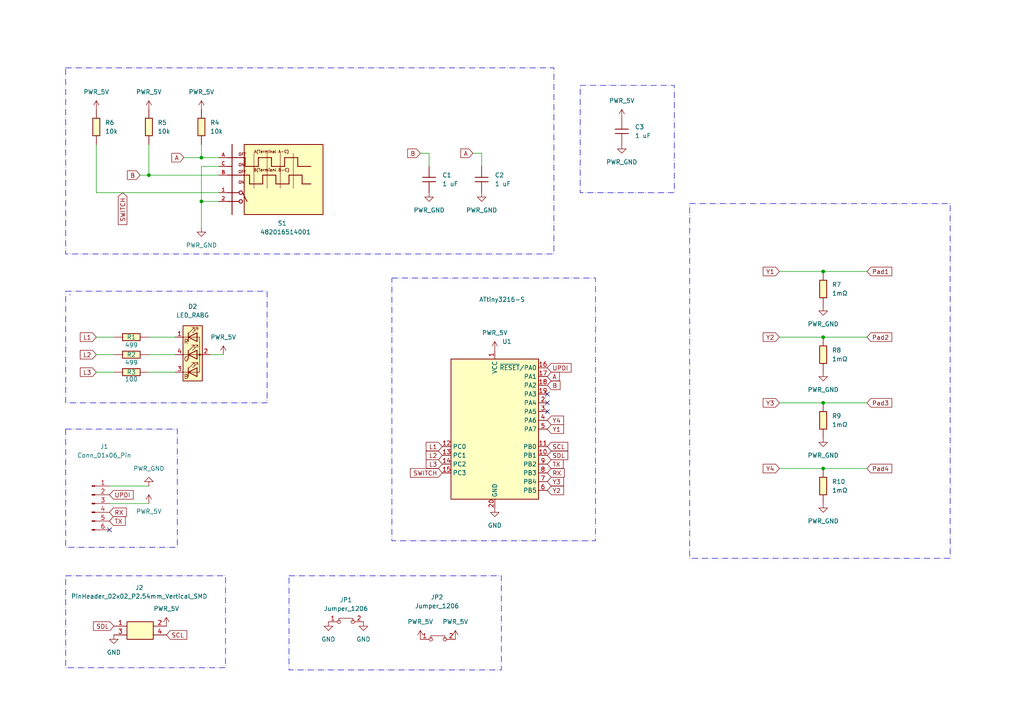
<source format=kicad_sch>
(kicad_sch (version 20250114) (generator "eeschema") (generator_version "9.0")
  (paper "A4")
  (lib_symbols
    (symbol "482016514001:482016514001" (pin_names (offset 1.016))
      (property "Reference" "S" (at 0 12.7 0))
      (property "Value" "482016514001" (at 0 -11.43 0))
      (symbol "482016514001_0_0"
        (polyline (pts (xy -12.7 7.62) (xy -7.62 7.62)) (stroke (width 0.254)))
        (polyline (pts (xy -12.7 -2.54) (xy -9.398 -2.54)) (stroke (width 0.254)))
        (polyline (pts (xy -12.7 -5.08) (xy -9.398 -5.08)) (stroke (width 0.254)))
        (polyline (pts (xy -11.43 11.43) (xy -11.43 5.08)) (stroke (width 0.254)))
        (polyline (pts (xy -11.43 5.08) (xy -12.7 5.08)) (stroke (width 0.254)))
        (polyline (pts (xy -11.43 5.08) (xy -11.43 -8.89)) (stroke (width 0.254)))
        (circle (center -8.89 -2.54) (radius 0.508) (stroke (width 0.254)))
        (circle (center -8.89 -5.08) (radius 0.508) (stroke (width 0.254)))
        (polyline (pts (xy -8.382 -2.54) (xy -7.112 -5.08)) (stroke (width 0.254)))
        (rectangle (start -7.9131 -8.89) (end 14.9469 11.43) (stroke (width 0.254)) (fill (type background)))
        (polyline (pts (xy -7.62 7.62) (xy -7.62 5.08)) (stroke (width 0.254)))
        (polyline (pts (xy -7.62 5.08) (xy -3.81 5.08)) (stroke (width 0.254)))
        (polyline (pts (xy -6.35 2.54) (xy -12.7 2.54)) (stroke (width 0.254)))
        (polyline (pts (xy -6.35 2.54) (xy -6.35 0)) (stroke (width 0.254)))
        (polyline (pts (xy -6.35 0) (xy -2.54 0)) (stroke (width 0.254)))
        (polyline (pts (xy -5.08 8.89) (xy -5.08 -1.27)) (stroke (width 0.127)))
        (polyline (pts (xy -3.81 7.62) (xy 0 7.62)) (stroke (width 0.254)))
        (polyline (pts (xy -3.81 5.08) (xy -3.81 7.62)) (stroke (width 0.254)))
        (polyline (pts (xy -2.54 2.54) (xy 1.27 2.54)) (stroke (width 0.254)))
        (polyline (pts (xy -2.54 0) (xy -2.54 2.54)) (stroke (width 0.254)))
        (polyline (pts (xy -1.27 8.89) (xy -1.27 -1.27)) (stroke (width 0.127)))
        (polyline (pts (xy 0 7.62) (xy 0 5.08)) (stroke (width 0.254)))
        (polyline (pts (xy 0 5.08) (xy 3.81 5.08)) (stroke (width 0.254)))
        (polyline (pts (xy 1.27 2.54) (xy 1.27 0)) (stroke (width 0.254)))
        (polyline (pts (xy 1.27 0) (xy 5.08 0)) (stroke (width 0.254)))
        (polyline (pts (xy 2.54 8.89) (xy 2.54 -1.27)) (stroke (width 0.127)))
        (polyline (pts (xy 3.81 7.62) (xy 7.62 7.62)) (stroke (width 0.254)))
        (polyline (pts (xy 3.81 5.08) (xy 3.81 7.62)) (stroke (width 0.254)))
        (polyline (pts (xy 5.08 2.54) (xy 8.89 2.54)) (stroke (width 0.254)))
        (polyline (pts (xy 5.08 0) (xy 5.08 2.54)) (stroke (width 0.254)))
        (polyline (pts (xy 6.35 8.89) (xy 6.35 -1.27)) (stroke (width 0.127)))
        (polyline (pts (xy 7.62 7.62) (xy 7.62 5.08)) (stroke (width 0.254)))
        (polyline (pts (xy 7.62 5.08) (xy 11.43 5.08)) (stroke (width 0.254)))
        (polyline (pts (xy 8.89 2.54) (xy 8.89 0)) (stroke (width 0.254)))
        (polyline (pts (xy 8.89 0) (xy 11.43 0)) (stroke (width 0.254)))
        (text "OFF" (at -9.652 8.128 0) (effects (font (size 0.8128 0.8128)) (justify left bottom)))
        (text "ON" (at -9.652 5.08 0) (effects (font (size 0.8128 0.8128)) (justify left bottom)))
        (text "OFF" (at -9.652 3.048 0) (effects (font (size 0.8128 0.8128)) (justify left bottom)))
        (text "ON" (at -9.652 0 0) (effects (font (size 0.8128 0.8128)) (justify left bottom)))
        (text "A(Terminal A-C)" (at 0 8.89 0) (effects (font (size 0.8128 0.8128)) (justify bottom)))
        (text "B(Termianl B-C)" (at 0 3.556 0) (effects (font (size 0.8128 0.8128)) (justify bottom)))
        (pin passive line (at -15.24 7.62 0) (length 2.54) (name "~") (number "A"))
        (pin passive line (at -15.24 5.08 0) (length 2.54) (name "~") (number "C"))
        (pin passive line (at -15.24 2.54 0) (length 2.54) (name "~") (number "B"))
        (pin passive line (at -15.24 -2.54 0) (length 2.54) (name "~") (number "1"))
        (pin passive line (at -15.24 -5.08 0) (length 2.54) (name "~") (number "2"))
      )
    )
    (symbol "Connector:Conn_01x06_Pin" (pin_names (offset 1.016) (hide yes))
      (property "Reference" "J" (at 0 7.62 0))
      (property "Value" "Conn_01x06_Pin" (at 0 -10.16 0))
      (symbol "Conn_01x06_Pin_1_1"
        (rectangle (start 0.8636 5.207) (end 0 4.953) (stroke (width 0.1524)) (fill (type outline)))
        (rectangle (start 0.8636 2.667) (end 0 2.413) (stroke (width 0.1524)) (fill (type outline)))
        (rectangle (start 0.8636 0.127) (end 0 -0.127) (stroke (width 0.1524)) (fill (type outline)))
        (rectangle (start 0.8636 -2.413) (end 0 -2.667) (stroke (width 0.1524)) (fill (type outline)))
        (rectangle (start 0.8636 -4.953) (end 0 -5.207) (stroke (width 0.1524)) (fill (type outline)))
        (rectangle (start 0.8636 -7.493) (end 0 -7.747) (stroke (width 0.1524)) (fill (type outline)))
        (polyline (pts (xy 1.27 5.08) (xy 0.8636 5.08)) (stroke (width 0.1524)))
        (polyline (pts (xy 1.27 2.54) (xy 0.8636 2.54)) (stroke (width 0.1524)))
        (polyline (pts (xy 1.27 0) (xy 0.8636 0)) (stroke (width 0.1524)))
        (polyline (pts (xy 1.27 -2.54) (xy 0.8636 -2.54)) (stroke (width 0.1524)))
        (polyline (pts (xy 1.27 -5.08) (xy 0.8636 -5.08)) (stroke (width 0.1524)))
        (polyline (pts (xy 1.27 -7.62) (xy 0.8636 -7.62)) (stroke (width 0.1524)))
        (pin passive line (at 5.08 5.08 180) (length 3.81) (name "Pin_1") (number "1"))
        (pin passive line (at 5.08 2.54 180) (length 3.81) (name "Pin_2") (number "2"))
        (pin passive line (at 5.08 0 180) (length 3.81) (name "Pin_3") (number "3"))
        (pin passive line (at 5.08 -2.54 180) (length 3.81) (name "Pin_4") (number "4"))
        (pin passive line (at 5.08 -5.08 180) (length 3.81) (name "Pin_5") (number "5"))
        (pin passive line (at 5.08 -7.62 180) (length 3.81) (name "Pin_6") (number "6"))
      )
    )
    (symbol "Device:LED_RABG" (pin_names (offset 0) (hide yes))
      (property "Reference" "D" (at 0 9.398 0))
      (property "Value" "LED_RABG" (at 0 -8.89 0))
      (symbol "LED_RABG_0_0"
        (text "R" (at -1.905 3.81 0) (effects (font (size 1.27 1.27))))
        (text "G" (at -1.905 -1.27 0) (effects (font (size 1.27 1.27))))
        (text "B" (at -1.905 -6.35 0) (effects (font (size 1.27 1.27))))
      )
      (symbol "LED_RABG_0_1"
        (polyline (pts (xy -1.27 6.35) (xy -1.27 3.81)) (stroke (width 0.254)))
        (polyline (pts (xy -1.27 6.35) (xy -1.27 3.81) (xy -1.27 3.81)))
        (polyline (pts (xy -1.27 5.08) (xy -2.54 5.08)))
        (polyline (pts (xy -1.27 5.08) (xy 1.27 5.08)))
        (polyline (pts (xy -1.27 1.27) (xy -1.27 -1.27)) (stroke (width 0.254)))
        (polyline (pts (xy -1.27 1.27) (xy -1.27 -1.27) (xy -1.27 -1.27)))
        (polyline (pts (xy -1.27 0) (xy -2.54 0)))
        (polyline (pts (xy -1.27 -3.81) (xy -1.27 -6.35)) (stroke (width 0.254)))
        (polyline (pts (xy -1.27 -5.08) (xy -2.54 -5.08)))
        (polyline (pts (xy -1.27 -5.08) (xy 1.27 -5.08)))
        (polyline (pts (xy -1.016 6.35) (xy 0.508 7.874) (xy -0.254 7.874) (xy 0.508 7.874) (xy 0.508 7.112)))
        (polyline (pts (xy -1.016 1.27) (xy 0.508 2.794) (xy -0.254 2.794) (xy 0.508 2.794) (xy 0.508 2.032)))
        (polyline (pts (xy -1.016 -3.81) (xy 0.508 -2.286) (xy -0.254 -2.286) (xy 0.508 -2.286) (xy 0.508 -3.048)))
        (polyline (pts (xy 0 6.35) (xy 1.524 7.874) (xy 0.762 7.874) (xy 1.524 7.874) (xy 1.524 7.112)))
        (polyline (pts (xy 0 1.27) (xy 1.524 2.794) (xy 0.762 2.794) (xy 1.524 2.794) (xy 1.524 2.032)))
        (polyline (pts (xy 0 -3.81) (xy 1.524 -2.286) (xy 0.762 -2.286) (xy 1.524 -2.286) (xy 1.524 -3.048)))
        (polyline (pts (xy 1.27 6.35) (xy 1.27 3.81) (xy -1.27 5.08) (xy 1.27 6.35)) (stroke (width 0.254)))
        (rectangle (start 1.27 6.35) (end 1.27 6.35))
        (rectangle (start 1.27 3.81) (end 1.27 6.35))
        (polyline (pts (xy 1.27 1.27) (xy 1.27 -1.27) (xy -1.27 0) (xy 1.27 1.27)) (stroke (width 0.254)))
        (rectangle (start 1.27 1.27) (end 1.27 1.27))
        (polyline (pts (xy 1.27 0) (xy -1.27 0)))
        (polyline (pts (xy 1.27 0) (xy 2.54 0)))
        (rectangle (start 1.27 -1.27) (end 1.27 1.27))
        (polyline (pts (xy 1.27 -3.81) (xy 1.27 -6.35) (xy -1.27 -5.08) (xy 1.27 -3.81)) (stroke (width 0.254)))
        (polyline (pts (xy 1.27 -5.08) (xy 2.032 -5.08) (xy 2.032 5.08) (xy 1.27 5.08)))
        (circle (center 2.032 0) (radius 0.254) (fill (type outline)))
        (rectangle (start 2.794 8.382) (end -2.794 -7.62) (stroke (width 0.254)) (fill (type background)))
      )
      (symbol "LED_RABG_1_1"
        (pin passive line (at -5.08 5.08 0) (length 2.54) (name "RK") (number "1"))
        (pin passive line (at -5.08 0 0) (length 2.54) (name "GK") (number "4"))
        (pin passive line (at -5.08 -5.08 0) (length 2.54) (name "BK") (number "3"))
        (pin passive line (at 5.08 0 180) (length 2.54) (name "A") (number "2"))
      )
    )
    (symbol "MCU_Microchip_ATtiny:ATtiny3216-S"
      (property "Reference" "U" (at -12.7 21.59 0))
      (property "Value" "ATtiny3216-S" (at 2.54 -21.59 0))
      (symbol "ATtiny3216-S_0_1"
        (rectangle (start -12.7 -20.32) (end 12.7 20.32) (stroke (width 0.254)) (fill (type background)))
      )
      (symbol "ATtiny3216-S_1_1"
        (pin bidirectional line (at -15.24 -5.08 0) (length 2.54) (name "PC0") (number "12"))
        (pin bidirectional line (at -15.24 -7.62 0) (length 2.54) (name "PC1") (number "13"))
        (pin bidirectional line (at -15.24 -10.16 0) (length 2.54) (name "PC2") (number "14"))
        (pin bidirectional line (at -15.24 -12.7 0) (length 2.54) (name "PC3") (number "15"))
        (pin power_in line (at 0 22.86 270) (length 2.54) (name "VCC") (number "1"))
        (pin power_in line (at 0 -22.86 90) (length 2.54) (name "GND") (number "20"))
        (pin bidirectional line (at 15.24 17.78 180) (length 2.54) (name "~{RESET}/PA0") (number "16"))
        (pin bidirectional line (at 15.24 15.24 180) (length 2.54) (name "PA1") (number "17"))
        (pin bidirectional line (at 15.24 12.7 180) (length 2.54) (name "PA2") (number "18"))
        (pin bidirectional line (at 15.24 10.16 180) (length 2.54) (name "PA3") (number "19"))
        (pin bidirectional line (at 15.24 7.62 180) (length 2.54) (name "PA4") (number "2"))
        (pin bidirectional line (at 15.24 5.08 180) (length 2.54) (name "PA5") (number "3"))
        (pin bidirectional line (at 15.24 2.54 180) (length 2.54) (name "PA6") (number "4"))
        (pin bidirectional line (at 15.24 0 180) (length 2.54) (name "PA7") (number "5"))
        (pin bidirectional line (at 15.24 -5.08 180) (length 2.54) (name "PB0") (number "11"))
        (pin bidirectional line (at 15.24 -7.62 180) (length 2.54) (name "PB1") (number "10"))
        (pin bidirectional line (at 15.24 -10.16 180) (length 2.54) (name "PB2") (number "9"))
        (pin bidirectional line (at 15.24 -12.7 180) (length 2.54) (name "PB3") (number "8"))
        (pin bidirectional line (at 15.24 -15.24 180) (length 2.54) (name "PB4") (number "7"))
        (pin bidirectional line (at 15.24 -17.78 180) (length 2.54) (name "PB5") (number "6"))
      )
    )
    (symbol "fab:C_1206" (pin_numbers (hide yes))
      (property "Reference" "C" (at 0.635 2.54 0))
      (property "Value" "C_1206" (at 0.635 -2.54 0))
      (symbol "C_1206_1_1"
        (polyline (pts (xy -1.905 0.635) (xy 1.905 0.635)) (stroke (width 0.25)))
        (polyline (pts (xy -1.905 -0.635) (xy 1.905 -0.635)) (stroke (width 0.25)))
        (pin passive line (at 0 3.81 270) (length 3.175) (name "~") (number "1"))
        (pin passive line (at 0 -3.81 90) (length 3.175) (name "~") (number "2"))
      )
    )
    (symbol "fab:Jumper_1206" (pin_names (offset 0) (hide yes))
      (property "Reference" "JP" (at 0 1.905 0))
      (property "Value" "Jumper_1206" (at 0 -2.54 0))
      (symbol "Jumper_1206_0_0"
        (circle (center -2.032 0) (radius 0.508))
        (circle (center 2.032 0) (radius 0.508))
      )
      (symbol "Jumper_1206_0_1"
        (polyline (pts (xy -2.032 0) (xy -2.032 1.016) (xy 2.032 1.016) (xy 2.032 0)))
      )
      (symbol "Jumper_1206_1_1"
        (pin passive line (at -5.08 0 0) (length 2.54) (name "A") (number "1"))
        (pin passive line (at 5.08 0 180) (length 2.54) (name "B") (number "2"))
      )
    )
    (symbol "fab:PWR_5V" (power) (pin_names (offset 0))
      (property "Value" "PWR_5V" (at 0 3.556 0))
      (symbol "PWR_5V_0_1"
        (polyline (pts (xy -0.762 1.27) (xy 0 2.54)))
        (polyline (pts (xy 0 2.54) (xy 0.762 1.27)))
        (polyline (pts (xy 0 0) (xy 0 2.54)))
      )
      (symbol "PWR_5V_1_1"
        (pin power_in line (at 0 0 90) (length 0) (hide yes) (name "PWR_5V") (number "1"))
      )
    )
    (symbol "fab:PWR_GND" (power) (pin_names (offset 0))
      (property "Value" "PWR_GND" (at 0 -3.81 0))
      (symbol "PWR_GND_0_1"
        (polyline (pts (xy 0 0) (xy 0 -1.27) (xy 1.27 -1.27) (xy 0 -2.54) (xy -1.27 -1.27) (xy 0 -1.27)))
      )
      (symbol "PWR_GND_1_1"
        (pin power_in line (at 0 0 270) (length 0) (hide yes) (name "PWR_GND") (number "1"))
      )
    )
    (symbol "fab:PinHeader_02x02_P2.54mm_Vertical_SMD" (pin_names (hide yes))
      (property "Reference" "J" (at 0 3.81 0))
      (property "Value" "PinHeader_02x02_P2.54mm_Vertical_SMD" (at 0 -3.81 0))
      (symbol "PinHeader_02x02_P2.54mm_Vertical_SMD_1_1"
        (rectangle (start -3.81 2.54) (end 3.81 -2.54) (stroke (width 0.254)) (fill (type background)))
        (pin passive line (at -7.62 1.27 0) (length 3.81) (name "Pin_1") (number "1"))
        (pin passive line (at -7.62 -1.27 0) (length 3.81) (name "Pin_3") (number "3"))
        (pin passive line (at 7.62 1.27 180) (length 3.81) (name "Pin_2") (number "2"))
        (pin passive line (at 7.62 -1.27 180) (length 3.81) (name "Pin_4") (number "4"))
      )
    )
    (symbol "fab:R_1206" (pin_numbers (hide yes)) (pin_names (offset 0))
      (property "Reference" "R" (at 2.54 0 90))
      (property "Value" "R_1206" (at -2.54 0 90))
      (symbol "R_1206_0_1"
        (rectangle (start -1.016 -2.54) (end 1.016 2.54) (stroke (width 0.254)) (fill (type background)))
      )
      (symbol "R_1206_1_1"
        (pin passive line (at 0 5.08 270) (length 2.54) (name "~") (number "1"))
        (pin passive line (at 0 -5.08 90) (length 2.54) (name "~") (number "2"))
      )
    )
    (symbol "power:GND" (power) (pin_numbers (hide yes)) (pin_names (offset 0) (hide yes))
      (property "Value" "GND" (at 0 -3.81 0))
      (symbol "GND_0_1"
        (polyline (pts (xy 0 0) (xy 0 -1.27) (xy 1.27 -1.27) (xy 0 -2.54) (xy -1.27 -1.27) (xy 0 -1.27)))
      )
      (symbol "GND_1_1"
        (pin power_in line (at 0 0 270) (length 0) (name "~") (number "1"))
      )
    )
  )
  (rectangle (start 19.05 167.005) (end 65.405 193.675) (stroke (width 0) (type dash_dot)))
  (rectangle (start 113.665 80.645) (end 172.72 156.845) (stroke (width 0) (type dash_dot)))
  (rectangle (start 168.275 24.765) (end 195.58 55.88) (stroke (width 0) (type dash_dot)))
  (rectangle (start 200.025 59.055) (end 275.59 161.925) (stroke (width 0) (type dash_dot)))
  (rectangle (start 19.05 124.46) (end 51.435 158.75) (stroke (width 0) (type dash_dot)))
  (rectangle (start 19.05 19.685) (end 160.655 73.66) (stroke (width 0) (type dash_dot)))
  (rectangle (start 102.235 73.66) (end 102.235 73.66))
  (text_box "`" (at 19.05 84.455 0) (size 58.42 32.385) (margins 0.9525 0.9525 0.9525 0.9525) (stroke (width 0) (type dash_dot)) (effects (font (size 1.27 1.27)) (justify left top)))
  (text_box "" (at 83.82 167.005 0) (size 61.595 27.305) (margins 0.9525 0.9525 0.9525 0.9525) (stroke (width 0) (type dash_dot)) (effects (font (size 1.27 1.27)) (justify left top)))
  (junction (at 43.18 50.8))
  (junction (at 58.42 45.72))
  (junction (at 238.76 78.74))
  (junction (at 238.76 116.84))
  (junction (at 58.42 58.42))
  (junction (at 238.76 97.79))
  (junction (at 238.76 135.89))
  (no_connect (at 31.75 153.67))
  (no_connect (at 158.75 119.38))
  (no_connect (at 158.75 116.84))
  (no_connect (at 158.75 114.3))
  (wire (pts (xy 226.06 78.74) (xy 238.76 78.74)))
  (wire (pts (xy 124.46 44.45) (xy 124.46 48.26)))
  (wire (pts (xy 238.76 78.74) (xy 251.46 78.74)))
  (wire (pts (xy 58.42 48.26) (xy 63.5 48.26)))
  (wire (pts (xy 58.42 58.42) (xy 58.42 48.26)))
  (wire (pts (xy 43.18 41.91) (xy 43.18 50.8)))
  (wire (pts (xy 43.18 102.87) (xy 50.8 102.87)))
  (wire (pts (xy 137.16 44.45) (xy 139.7 44.45)))
  (wire (pts (xy 58.42 66.04) (xy 58.42 58.42)))
  (wire (pts (xy 58.42 58.42) (xy 63.5 58.42)))
  (wire (pts (xy 53.34 45.72) (xy 58.42 45.72)))
  (wire (pts (xy 43.18 107.95) (xy 50.8 107.95)))
  (wire (pts (xy 40.64 50.8) (xy 43.18 50.8)))
  (wire (pts (xy 31.75 140.97) (xy 43.18 140.97)))
  (wire (pts (xy 27.94 102.87) (xy 33.02 102.87)))
  (wire (pts (xy 27.94 107.95) (xy 33.02 107.95)))
  (wire (pts (xy 43.18 50.8) (xy 63.5 50.8)))
  (wire (pts (xy 121.92 44.45) (xy 124.46 44.45)))
  (wire (pts (xy 43.18 97.79) (xy 50.8 97.79)))
  (wire (pts (xy 238.76 97.79) (xy 251.46 97.79)))
  (wire (pts (xy 139.7 44.45) (xy 139.7 48.26)))
  (wire (pts (xy 226.06 135.89) (xy 238.76 135.89)))
  (wire (pts (xy 226.06 116.84) (xy 238.76 116.84)))
  (wire (pts (xy 60.96 102.87) (xy 64.77 102.87)))
  (wire (pts (xy 238.76 135.89) (xy 251.46 135.89)))
  (wire (pts (xy 27.94 41.91) (xy 27.94 55.88)))
  (wire (pts (xy 27.94 55.88) (xy 63.5 55.88)))
  (wire (pts (xy 238.76 116.84) (xy 251.46 116.84)))
  (wire (pts (xy 58.42 41.91) (xy 58.42 45.72)))
  (wire (pts (xy 27.94 97.79) (xy 33.02 97.79)))
  (wire (pts (xy 31.75 146.05) (xy 43.18 146.05)))
  (wire (pts (xy 226.06 97.79) (xy 238.76 97.79)))
  (wire (pts (xy 58.42 45.72) (xy 63.5 45.72)))
  (global_label "Y1" (shape input) (at 226.06 78.74 180) (property "Intersheetrefs" "${INTERSHEET_REFS}" (effects (hide yes))))
  (global_label "UPDI" (shape input) (at 158.75 106.68 0) (property "Intersheetrefs" "${INTERSHEET_REFS}" (effects (hide yes))))
  (global_label "Pad3" (shape input) (at 251.46 116.84 0) (property "Intersheetrefs" "${INTERSHEET_REFS}" (effects (hide yes))))
  (global_label "SWITCH" (shape input) (at 128.27 137.16 180) (property "Intersheetrefs" "${INTERSHEET_REFS}" (effects (hide yes))))
  (global_label "SWITCH" (shape input) (at 35.56 55.88 270) (property "Intersheetrefs" "${INTERSHEET_REFS}" (effects (hide yes))))
  (global_label "TX" (shape input) (at 31.75 151.13 0) (property "Intersheetrefs" "${INTERSHEET_REFS}" (effects (hide yes))))
  (global_label "A" (shape input) (at 158.75 109.22 0) (property "Intersheetrefs" "${INTERSHEET_REFS}" (effects (hide yes))))
  (global_label "A" (shape input) (at 137.16 44.45 180) (property "Intersheetrefs" "${INTERSHEET_REFS}" (effects (hide yes))))
  (global_label "UPDI" (shape input) (at 31.75 143.51 0) (property "Intersheetrefs" "${INTERSHEET_REFS}" (effects (hide yes))))
  (global_label "TX" (shape input) (at 158.75 134.62 0) (property "Intersheetrefs" "${INTERSHEET_REFS}" (effects (hide yes))))
  (global_label "RX" (shape input) (at 31.75 148.59 0) (property "Intersheetrefs" "${INTERSHEET_REFS}" (effects (hide yes))))
  (global_label "SDL" (shape input) (at 33.02 181.61 180) (property "Intersheetrefs" "${INTERSHEET_REFS}" (effects (hide yes))))
  (global_label "L3" (shape input) (at 27.94 107.95 180) (property "Intersheetrefs" "${INTERSHEET_REFS}" (effects (hide yes))))
  (global_label "B" (shape input) (at 158.75 111.76 0) (property "Intersheetrefs" "${INTERSHEET_REFS}" (effects (hide yes))))
  (global_label "SCL" (shape input) (at 158.75 129.54 0) (property "Intersheetrefs" "${INTERSHEET_REFS}" (effects (hide yes))))
  (global_label "L2" (shape input) (at 27.94 102.87 180) (property "Intersheetrefs" "${INTERSHEET_REFS}" (effects (hide yes))))
  (global_label "B" (shape input) (at 40.64 50.8 180) (property "Intersheetrefs" "${INTERSHEET_REFS}" (effects (hide yes))))
  (global_label "Pad1" (shape input) (at 251.46 78.74 0) (property "Intersheetrefs" "${INTERSHEET_REFS}" (effects (hide yes))))
  (global_label "Y1" (shape input) (at 158.75 124.46 0) (property "Intersheetrefs" "${INTERSHEET_REFS}" (effects (hide yes))))
  (global_label "L1" (shape input) (at 128.27 129.54 180) (property "Intersheetrefs" "${INTERSHEET_REFS}" (effects (hide yes))))
  (global_label "L2" (shape input) (at 128.27 132.08 180) (property "Intersheetrefs" "${INTERSHEET_REFS}" (effects (hide yes))))
  (global_label "SDL" (shape input) (at 158.75 132.08 0) (property "Intersheetrefs" "${INTERSHEET_REFS}" (effects (hide yes))))
  (global_label "Y2" (shape input) (at 226.06 97.79 180) (property "Intersheetrefs" "${INTERSHEET_REFS}" (effects (hide yes))))
  (global_label "Pad2" (shape input) (at 251.46 97.79 0) (property "Intersheetrefs" "${INTERSHEET_REFS}" (effects (hide yes))))
  (global_label "Y3" (shape input) (at 226.06 116.84 180) (property "Intersheetrefs" "${INTERSHEET_REFS}" (effects (hide yes))))
  (global_label "SCL" (shape input) (at 48.26 184.15 0) (property "Intersheetrefs" "${INTERSHEET_REFS}" (effects (hide yes))))
  (global_label "Y3" (shape input) (at 158.75 139.7 0) (property "Intersheetrefs" "${INTERSHEET_REFS}" (effects (hide yes))))
  (global_label "L1" (shape input) (at 27.94 97.79 180) (property "Intersheetrefs" "${INTERSHEET_REFS}" (effects (hide yes))))
  (global_label "A" (shape input) (at 53.34 45.72 180) (property "Intersheetrefs" "${INTERSHEET_REFS}" (effects (hide yes))))
  (global_label "L3" (shape input) (at 128.27 134.62 180) (property "Intersheetrefs" "${INTERSHEET_REFS}" (effects (hide yes))))
  (global_label "B" (shape input) (at 121.92 44.45 180) (property "Intersheetrefs" "${INTERSHEET_REFS}" (effects (hide yes))))
  (global_label "Y4" (shape input) (at 226.06 135.89 180) (property "Intersheetrefs" "${INTERSHEET_REFS}" (effects (hide yes))))
  (global_label "Pad4" (shape input) (at 251.46 135.89 0) (property "Intersheetrefs" "${INTERSHEET_REFS}" (effects (hide yes))))
  (global_label "Y2" (shape input) (at 158.75 142.24 0) (property "Intersheetrefs" "${INTERSHEET_REFS}" (effects (hide yes))))
  (global_label "RX" (shape input) (at 158.75 137.16 0) (property "Intersheetrefs" "${INTERSHEET_REFS}" (effects (hide yes))))
  (global_label "Y4" (shape input) (at 158.75 121.92 0) (property "Intersheetrefs" "${INTERSHEET_REFS}" (effects (hide yes))))
  (symbol (lib_id "fab:R_1206") (at 238.76 121.92 0) (unit 1)
    (property "Reference" "R9" (at 241.3 120.6499 0) (effects (justify left)))
    (property "Value" "1mΩ" (at 241.3 123.1899 0) (effects (justify left)))
    (property "Footprint" "fab:R_1206" (effects (hide yes)))
    (property "Description" "Resistor" (effects (hide yes)))
  )
  (symbol (lib_id "fab:PWR_GND") (at 238.76 127 0) (unit 1)
    (property "Reference" "#PWR022" (effects (hide yes)))
    (property "Value" "PWR_GND" (at 238.76 132.08 0))
    (property "Description" "Power symbol creates a global label with name \"GND\" , ground" (effects (hide yes)))
  )
  (symbol (lib_id "power:GND") (at 33.02 184.15 0) (unit 1)
    (property "Reference" "#PWR03" (effects (hide yes)))
    (property "Value" "GND" (at 33.02 189.23 0))
    (property "Description" "Power symbol creates a global label with name \"GND\" , ground" (effects (hide yes)))
  )
  (symbol (lib_id "fab:PWR_5V") (at 48.26 181.61 0) (unit 1)
    (property "Reference" "#PWR04" (effects (hide yes)))
    (property "Value" "PWR_5V" (at 48.26 176.53 0))
    (property "Description" "Power symbol creates a global label with name \"+5V\"" (effects (hide yes)))
  )
  (symbol (lib_id "fab:R_1206") (at 58.42 36.83 0) (unit 1)
    (property "Reference" "R4" (at 60.96 35.5599 0) (effects (justify left)))
    (property "Value" "10k" (at 60.96 38.0999 0) (effects (justify left)))
    (property "Footprint" "fab:R_1206" (effects (hide yes)))
    (property "Description" "Resistor" (effects (hide yes)))
  )
  (symbol (lib_id "fab:PWR_GND") (at 238.76 88.9 0) (unit 1)
    (property "Reference" "#PWR020" (effects (hide yes)))
    (property "Value" "PWR_GND" (at 238.76 93.98 0))
    (property "Description" "Power symbol creates a global label with name \"GND\" , ground" (effects (hide yes)))
  )
  (symbol (lib_id "fab:PWR_5V") (at 132.08 185.42 0) (unit 1)
    (property "Reference" "#PWR08" (effects (hide yes)))
    (property "Value" "PWR_5V" (at 132.08 180.34 0))
    (property "Description" "Power symbol creates a global label with name \"+5V\"" (effects (hide yes)))
  )
  (symbol (lib_id "fab:PWR_5V") (at 43.18 31.75 0) (unit 1)
    (property "Reference" "#PWR014" (effects (hide yes)))
    (property "Value" "PWR_5V" (at 43.18 26.67 0))
    (property "Description" "Power symbol creates a global label with name \"+5V\"" (effects (hide yes)))
  )
  (symbol (lib_id "Connector:Conn_01x06_Pin") (at 26.67 146.05 0) (unit 1)
    (property "Reference" "J1" (at 30.226 129.54 0))
    (property "Value" "Conn_01x06_Pin" (at 30.226 132.08 0))
    (property "Description" "Generic connector, single row, 01x06, script generated" (effects (hide yes)))
  )
  (symbol (lib_id "power:GND") (at 105.41 180.34 0) (unit 1)
    (property "Reference" "#PWR06" (effects (hide yes)))
    (property "Value" "GND" (at 105.41 185.42 0))
    (property "Description" "Power symbol creates a global label with name \"GND\" , ground" (effects (hide yes)))
  )
  (symbol (lib_id "fab:PWR_5V") (at 180.34 34.29 0) (unit 1)
    (property "Reference" "#PWR018" (effects (hide yes)))
    (property "Value" "PWR_5V" (at 180.34 29.21 0))
    (property "Description" "Power symbol creates a global label with name \"+5V\"" (effects (hide yes)))
  )
  (symbol (lib_id "fab:PWR_5V") (at 43.18 146.05 0) (unit 1)
    (property "Reference" "#PWR09" (effects (hide yes)))
    (property "Value" "PWR_5V" (at 43.18 148.336 0))
    (property "Description" "Power symbol creates a global label with name \"+5V\"" (effects (hide yes)))
  )
  (symbol (lib_id "fab:R_1206") (at 238.76 102.87 0) (unit 1)
    (property "Reference" "R8" (at 241.3 101.5999 0) (effects (justify left)))
    (property "Value" "1mΩ" (at 241.3 104.1399 0) (effects (justify left)))
    (property "Footprint" "fab:R_1206" (effects (hide yes)))
    (property "Description" "Resistor" (effects (hide yes)))
  )
  (symbol (lib_id "fab:C_1206") (at 124.46 52.07 0) (unit 1)
    (property "Reference" "C1" (at 128.27 50.7999 0) (effects (justify left)))
    (property "Value" "1 uF" (at 128.27 53.3399 0) (effects (justify left)))
    (property "Footprint" "fab:C_1206" (effects (hide yes)))
    (property "Datasheet" "https://www.yageo.com/upload/media/product/productsearch/datasheet/mlcc/UPY-GP_NP0_16V-to-50V_18.pdf" (effects (hide yes)))
    (property "Description" "Unpolarized capacitor, SMD, 1206" (effects (hide yes)))
  )
  (symbol (lib_id "fab:PWR_GND") (at 238.76 107.95 0) (unit 1)
    (property "Reference" "#PWR021" (effects (hide yes)))
    (property "Value" "PWR_GND" (at 238.76 113.03 0))
    (property "Description" "Power symbol creates a global label with name \"GND\" , ground" (effects (hide yes)))
  )
  (symbol (lib_id "fab:PWR_GND") (at 139.7 55.88 0) (unit 1)
    (property "Reference" "#PWR017" (effects (hide yes)))
    (property "Value" "PWR_GND" (at 139.7 60.96 0))
    (property "Description" "Power symbol creates a global label with name \"GND\" , ground" (effects (hide yes)))
  )
  (symbol (lib_id "fab:R_1206") (at 43.18 36.83 0) (unit 1)
    (property "Reference" "R5" (at 45.72 35.5599 0) (effects (justify left)))
    (property "Value" "10k" (at 45.72 38.0999 0) (effects (justify left)))
    (property "Footprint" "fab:R_1206" (effects (hide yes)))
    (property "Description" "Resistor" (effects (hide yes)))
  )
  (symbol (lib_id "fab:Jumper_1206") (at 127 185.42 0) (unit 1)
    (property "Reference" "JP2" (at 126.746 173.228 0))
    (property "Value" "Jumper_1206" (at 126.746 175.768 0))
    (property "Footprint" "fab:Jumper_1206" (effects (hide yes)))
    (property "Description" "Jumper based on 0 Ohm 1206 resistor" (effects (hide yes)))
  )
  (symbol (lib_id "fab:PWR_5V") (at 27.94 31.75 0) (unit 1)
    (property "Reference" "#PWR015" (effects (hide yes)))
    (property "Value" "PWR_5V" (at 27.94 26.67 0))
    (property "Description" "Power symbol creates a global label with name \"+5V\"" (effects (hide yes)))
  )
  (symbol (lib_id "fab:PWR_GND") (at 124.46 55.88 0) (unit 1)
    (property "Reference" "#PWR016" (effects (hide yes)))
    (property "Value" "PWR_GND" (at 124.46 60.96 0))
    (property "Description" "Power symbol creates a global label with name \"GND\" , ground" (effects (hide yes)))
  )
  (symbol (lib_id "fab:C_1206") (at 139.7 52.07 0) (unit 1)
    (property "Reference" "C2" (at 143.51 50.7999 0) (effects (justify left)))
    (property "Value" "1 uF" (at 143.51 53.3399 0) (effects (justify left)))
    (property "Footprint" "fab:C_1206" (effects (hide yes)))
    (property "Datasheet" "https://www.yageo.com/upload/media/product/productsearch/datasheet/mlcc/UPY-GP_NP0_16V-to-50V_18.pdf" (effects (hide yes)))
    (property "Description" "Unpolarized capacitor, SMD, 1206" (effects (hide yes)))
  )
  (symbol (lib_id "power:GND") (at 143.51 147.32 0) (unit 1)
    (property "Reference" "#PWR01" (effects (hide yes)))
    (property "Value" "GND" (at 143.51 152.4 0))
    (property "Description" "Power symbol creates a global label with name \"GND\" , ground" (effects (hide yes)))
  )
  (symbol (lib_id "fab:R_1206") (at 238.76 140.97 0) (unit 1)
    (property "Reference" "R10" (at 241.3 139.6999 0) (effects (justify left)))
    (property "Value" "1mΩ" (at 241.3 142.2399 0) (effects (justify left)))
    (property "Footprint" "fab:R_1206" (effects (hide yes)))
    (property "Description" "Resistor" (effects (hide yes)))
  )
  (symbol (lib_id "fab:PWR_GND") (at 58.42 66.04 0) (unit 1)
    (property "Reference" "#PWR012" (effects (hide yes)))
    (property "Value" "PWR_GND" (at 58.42 71.12 0))
    (property "Description" "Power symbol creates a global label with name \"GND\" , ground" (effects (hide yes)))
  )
  (symbol (lib_id "fab:PWR_5V") (at 143.51 101.6 0) (unit 1)
    (property "Reference" "#PWR02" (effects (hide yes)))
    (property "Value" "PWR_5V" (at 143.51 96.52 0))
    (property "Description" "Power symbol creates a global label with name \"+5V\"" (effects (hide yes)))
  )
  (symbol (lib_id "fab:PWR_GND") (at 43.18 140.97 180) (unit 1)
    (property "Reference" "#PWR010" (effects (hide yes)))
    (property "Value" "PWR_GND" (at 43.18 135.89 0))
    (property "Description" "Power symbol creates a global label with name \"GND\" , ground" (effects (hide yes)))
  )
  (symbol (lib_id "fab:R_1206") (at 238.76 83.82 0) (unit 1)
    (property "Reference" "R7" (at 241.3 82.5499 0) (effects (justify left)))
    (property "Value" "1mΩ" (at 241.3 85.0899 0) (effects (justify left)))
    (property "Footprint" "fab:R_1206" (effects (hide yes)))
    (property "Description" "Resistor" (effects (hide yes)))
  )
  (symbol (lib_id "fab:R_1206") (at 38.1 97.79 90) (unit 1)
    (property "Reference" "R1" (at 38.1 97.79 90))
    (property "Value" "499" (at 38.1 100.076 90))
    (property "Footprint" "fab:R_1206" (effects (hide yes)))
    (property "Description" "Resistor" (effects (hide yes)))
  )
  (symbol (lib_id "fab:PWR_5V") (at 121.92 185.42 0) (unit 1)
    (property "Reference" "#PWR07" (effects (hide yes)))
    (property "Value" "PWR_5V" (at 121.92 180.34 0))
    (property "Description" "Power symbol creates a global label with name \"+5V\"" (effects (hide yes)))
  )
  (symbol (lib_id "fab:R_1206") (at 38.1 107.95 90) (unit 1)
    (property "Reference" "R3" (at 38.1 107.95 90))
    (property "Value" "100" (at 38.1 109.982 90))
    (property "Footprint" "fab:R_1206" (effects (hide yes)))
    (property "Description" "Resistor" (effects (hide yes)))
  )
  (symbol (lib_id "fab:PWR_GND") (at 238.76 146.05 0) (unit 1)
    (property "Reference" "#PWR023" (effects (hide yes)))
    (property "Value" "PWR_GND" (at 238.76 151.13 0))
    (property "Description" "Power symbol creates a global label with name \"GND\" , ground" (effects (hide yes)))
  )
  (symbol (lib_id "fab:Jumper_1206") (at 100.33 180.34 0) (unit 1)
    (property "Reference" "JP1" (at 100.33 173.99 0))
    (property "Value" "Jumper_1206" (at 100.33 176.53 0))
    (property "Footprint" "fab:Jumper_1206" (effects (hide yes)))
    (property "Description" "Jumper based on 0 Ohm 1206 resistor" (effects (hide yes)))
  )
  (symbol (lib_id "fab:PinHeader_02x02_P2.54mm_Vertical_SMD") (at 40.64 182.88 0) (unit 1)
    (property "Reference" "J2" (at 40.386 170.434 0))
    (property "Value" "PinHeader_02x02_P2.54mm_Vertical_SMD" (at 40.386 172.974 0))
    (property "Footprint" "fab:PinHeader_02x02_P2.54mm_Vertical_SMD" (effects (hide yes)))
    (property "Datasheet" "https://cdn.amphenol-icc.com/media/wysiwyg/files/drawing/95278.pdf" (effects (hide yes)))
    (property "Description" "Connector Header Surface Mount 4 position 0.100\" (2.54mm)" (effects (hide yes)))
  )
  (symbol (lib_id "Device:LED_RABG") (at 55.88 102.87 0) (unit 1)
    (property "Reference" "D2" (at 55.88 88.9 0))
    (property "Value" "LED_RABG" (at 55.88 91.44 0))
    (property "Description" "RGB LED, red/anode/blue/green" (effects (hide yes)))
  )
  (symbol (lib_id "fab:PWR_5V") (at 58.42 31.75 0) (unit 1)
    (property "Reference" "#PWR013" (effects (hide yes)))
    (property "Value" "PWR_5V" (at 58.42 26.67 0))
    (property "Description" "Power symbol creates a global label with name \"+5V\"" (effects (hide yes)))
  )
  (symbol (lib_id "482016514001:482016514001") (at 78.74 53.34 0) (unit 1)
    (property "Reference" "S1" (at 80.518 64.77 0) (effects (justify left)))
    (property "Value" "482016514001" (at 75.438 67.31 0) (effects (justify left)))
    (property "Footprint" "482016514001:WS-ENTV_4820XX514001" (effects (hide yes)))
    (property "MF" "Würth Elektronik" (effects (hide yes)))
    (property "Description_1" "Rotary Encoder Mechanical 15 Quadrature (Incremental) Vertical" (effects (hide yes)))
    (property "Package" "None" (effects (hide yes)))
    (property "Price" "None" (effects (hide yes)))
    (property "SnapEDA_Link" "https://www.snapeda.com/parts/482016514001/W%25C3%25BCrth+Elektronik+Midcom/view-part/?ref=snap" (effects (hide yes)))
    (property "MP" "482016514001" (effects (hide yes)))
    (property "Availability" "In Stock" (effects (hide yes)))
    (property "Check_prices" "https://www.snapeda.com/parts/482016514001/W%25C3%25BCrth+Elektronik+Midcom/view-part/?ref=eda" (effects (hide yes)))
  )
  (symbol (lib_id "fab:R_1206") (at 38.1 102.87 90) (unit 1)
    (property "Reference" "R2" (at 38.1 102.87 90))
    (property "Value" "499" (at 38.1 105.156 90))
    (property "Footprint" "fab:R_1206" (effects (hide yes)))
    (property "Description" "Resistor" (effects (hide yes)))
  )
  (symbol (lib_id "fab:R_1206") (at 27.94 36.83 0) (unit 1)
    (property "Reference" "R6" (at 30.48 35.5599 0) (effects (justify left)))
    (property "Value" "10k" (at 30.48 38.0999 0) (effects (justify left)))
    (property "Footprint" "fab:R_1206" (effects (hide yes)))
    (property "Description" "Resistor" (effects (hide yes)))
  )
  (symbol (lib_id "MCU_Microchip_ATtiny:ATtiny3216-S") (at 143.51 124.46 0) (unit 1)
    (property "Reference" "U1" (at 145.6533 99.06 0) (effects (justify left)))
    (property "Value" "ATtiny3216-S" (at 138.938 86.868 0) (effects (justify left)))
    (property "Footprint" "Package_SO:SOIC-20W_7.5x12.8mm_P1.27mm" (effects (hide yes)))
    (property "Datasheet" "http://ww1.microchip.com/downloads/en/DeviceDoc/ATtiny3216_ATtiny1616-data-sheet-40001997B.pdf" (effects (hide yes)))
    (property "Description" "20MHz, 32kB Flash, 2kB SRAM, 256B EEPROM, SOIC-20" (effects (hide yes)))
  )
  (symbol (lib_id "fab:C_1206") (at 180.34 38.1 0) (unit 1)
    (property "Reference" "C3" (at 184.15 36.8299 0) (effects (justify left)))
    (property "Value" "1 uF" (at 184.15 39.3699 0) (effects (justify left)))
    (property "Footprint" "fab:C_1206" (effects (hide yes)))
    (property "Datasheet" "https://www.yageo.com/upload/media/product/productsearch/datasheet/mlcc/UPY-GP_NP0_16V-to-50V_18.pdf" (effects (hide yes)))
    (property "Description" "Unpolarized capacitor, SMD, 1206" (effects (hide yes)))
  )
  (symbol (lib_id "power:GND") (at 95.25 180.34 0) (unit 1)
    (property "Reference" "#PWR05" (effects (hide yes)))
    (property "Value" "GND" (at 95.25 185.42 0))
    (property "Description" "Power symbol creates a global label with name \"GND\" , ground" (effects (hide yes)))
  )
  (symbol (lib_id "fab:PWR_GND") (at 180.34 41.91 0) (unit 1)
    (property "Reference" "#PWR019" (effects (hide yes)))
    (property "Value" "PWR_GND" (at 180.34 46.99 0))
    (property "Description" "Power symbol creates a global label with name \"GND\" , ground" (effects (hide yes)))
  )
  (symbol (lib_id "fab:PWR_5V") (at 64.77 102.87 0) (unit 1)
    (property "Reference" "#PWR011" (effects (hide yes)))
    (property "Value" "PWR_5V" (at 64.77 97.79 0))
    (property "Description" "Power symbol creates a global label with name \"+5V\"" (effects (hide yes)))
  )
)
</source>
